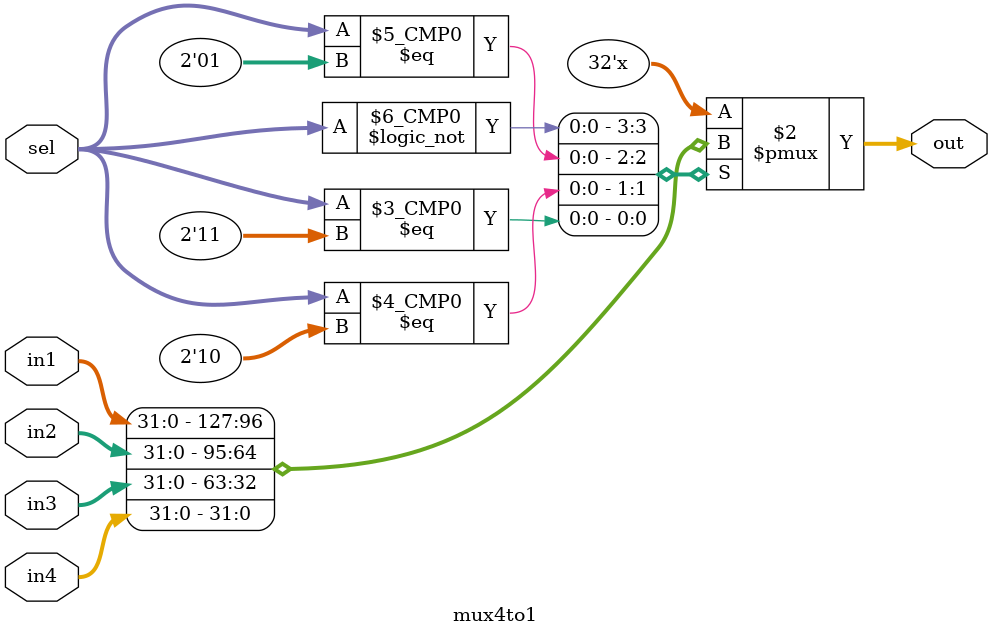
<source format=v>
module mux4to1(out,in1,in2,in3,in4,sel);
    input [31:0]in1,in2,in3,in4;
    input [1:0]sel;
    output [31:0]out;
    reg [31:0]out;

    always@(sel or in1 or in2 or in3 or in4) 
    begin
        case (sel)
            2'b00: begin
                out<=in1;
            end
            2'b01: begin
                out<=in2;
            end
            2'b10: begin
                out<=in3;
            end
            2'b11: begin
                out<=in4;
            end
        endcase
    end
endmodule
</source>
